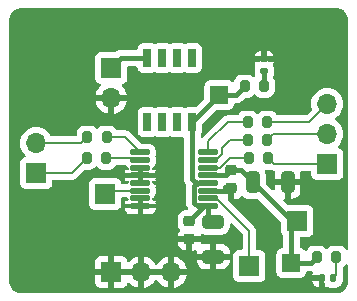
<source format=gbr>
%TF.GenerationSoftware,KiCad,Pcbnew,7.0.6*%
%TF.CreationDate,2024-02-24T16:40:58-05:00*%
%TF.ProjectId,ads1120_breakout,61647331-3132-4305-9f62-7265616b6f75,rev?*%
%TF.SameCoordinates,Original*%
%TF.FileFunction,Copper,L1,Top*%
%TF.FilePolarity,Positive*%
%FSLAX46Y46*%
G04 Gerber Fmt 4.6, Leading zero omitted, Abs format (unit mm)*
G04 Created by KiCad (PCBNEW 7.0.6) date 2024-02-24 16:40:58*
%MOMM*%
%LPD*%
G01*
G04 APERTURE LIST*
G04 Aperture macros list*
%AMRoundRect*
0 Rectangle with rounded corners*
0 $1 Rounding radius*
0 $2 $3 $4 $5 $6 $7 $8 $9 X,Y pos of 4 corners*
0 Add a 4 corners polygon primitive as box body*
4,1,4,$2,$3,$4,$5,$6,$7,$8,$9,$2,$3,0*
0 Add four circle primitives for the rounded corners*
1,1,$1+$1,$2,$3*
1,1,$1+$1,$4,$5*
1,1,$1+$1,$6,$7*
1,1,$1+$1,$8,$9*
0 Add four rect primitives between the rounded corners*
20,1,$1+$1,$2,$3,$4,$5,0*
20,1,$1+$1,$4,$5,$6,$7,0*
20,1,$1+$1,$6,$7,$8,$9,0*
20,1,$1+$1,$8,$9,$2,$3,0*%
G04 Aperture macros list end*
%TA.AperFunction,ComponentPad*%
%ADD10R,1.700000X1.700000*%
%TD*%
%TA.AperFunction,ComponentPad*%
%ADD11O,1.700000X1.700000*%
%TD*%
%TA.AperFunction,SMDPad,CuDef*%
%ADD12R,1.500000X1.500000*%
%TD*%
%TA.AperFunction,SMDPad,CuDef*%
%ADD13RoundRect,0.200000X-0.200000X-0.275000X0.200000X-0.275000X0.200000X0.275000X-0.200000X0.275000X0*%
%TD*%
%TA.AperFunction,SMDPad,CuDef*%
%ADD14RoundRect,0.147500X-0.172500X0.147500X-0.172500X-0.147500X0.172500X-0.147500X0.172500X0.147500X0*%
%TD*%
%TA.AperFunction,SMDPad,CuDef*%
%ADD15RoundRect,0.147500X-0.147500X-0.172500X0.147500X-0.172500X0.147500X0.172500X-0.147500X0.172500X0*%
%TD*%
%TA.AperFunction,SMDPad,CuDef*%
%ADD16RoundRect,0.020500X-0.764500X-0.184500X0.764500X-0.184500X0.764500X0.184500X-0.764500X0.184500X0*%
%TD*%
%TA.AperFunction,SMDPad,CuDef*%
%ADD17RoundRect,0.200000X0.200000X0.275000X-0.200000X0.275000X-0.200000X-0.275000X0.200000X-0.275000X0*%
%TD*%
%TA.AperFunction,SMDPad,CuDef*%
%ADD18R,0.650000X1.526000*%
%TD*%
%TA.AperFunction,SMDPad,CuDef*%
%ADD19RoundRect,0.250000X-0.325000X-0.650000X0.325000X-0.650000X0.325000X0.650000X-0.325000X0.650000X0*%
%TD*%
%TA.AperFunction,SMDPad,CuDef*%
%ADD20RoundRect,0.225000X0.250000X-0.225000X0.250000X0.225000X-0.250000X0.225000X-0.250000X-0.225000X0*%
%TD*%
%TA.AperFunction,SMDPad,CuDef*%
%ADD21RoundRect,0.250000X-0.650000X0.325000X-0.650000X-0.325000X0.650000X-0.325000X0.650000X0.325000X0*%
%TD*%
%TA.AperFunction,ViaPad*%
%ADD22C,0.800000*%
%TD*%
%TA.AperFunction,Conductor*%
%ADD23C,0.400000*%
%TD*%
%TA.AperFunction,Conductor*%
%ADD24C,0.127000*%
%TD*%
G04 APERTURE END LIST*
D10*
%TO.P,J7,1,Pin_1*%
%TO.N,GND*%
X137922000Y-94488000D03*
D11*
%TO.P,J7,2,Pin_2*%
X140462000Y-94488000D03*
%TO.P,J7,3,Pin_3*%
X143002000Y-94488000D03*
%TD*%
D12*
%TO.P,TP2,1,1*%
%TO.N,2.5v*%
X147066000Y-79502000D03*
%TD*%
%TO.P,TP1,1,1*%
%TO.N,3v3*%
X153162000Y-93726000D03*
%TD*%
D13*
%TO.P,R7,1*%
%TO.N,2.5v*%
X149226000Y-78740000D03*
%TO.P,R7,2*%
%TO.N,Net-(D2-A)*%
X150876000Y-78740000D03*
%TD*%
%TO.P,R6,1*%
%TO.N,3v3*%
X155322000Y-93218000D03*
%TO.P,R6,2*%
%TO.N,Net-(D1-A)*%
X156972000Y-93218000D03*
%TD*%
D14*
%TO.P,D2,1,K*%
%TO.N,GND*%
X150876000Y-76477000D03*
%TO.P,D2,2,A*%
%TO.N,Net-(D2-A)*%
X150876000Y-77447000D03*
%TD*%
D15*
%TO.P,D1,1,K*%
%TO.N,GND*%
X155748000Y-94996000D03*
%TO.P,D1,2,A*%
%TO.N,Net-(D1-A)*%
X156718000Y-94996000D03*
%TD*%
D16*
%TO.P,U1,1,SCLK*%
%TO.N,Net-(U1-SCLK)*%
X140386000Y-84339000D03*
%TO.P,U1,2,~{CS}*%
%TO.N,Net-(U1-~{CS})*%
X140386000Y-84989000D03*
%TO.P,U1,3,CLK*%
%TO.N,GND*%
X140386000Y-85639000D03*
%TO.P,U1,4,DGND*%
X140386000Y-86289000D03*
%TO.P,U1,5,AVSS*%
X140386000Y-86939000D03*
%TO.P,U1,6,AIN3/REFN1*%
%TO.N,Net-(J4-Pin_1)*%
X140386000Y-87589000D03*
%TO.P,U1,7,AIN2*%
%TO.N,GND*%
X140386000Y-88239000D03*
%TO.P,U1,8,REFN0*%
X140386000Y-88889000D03*
%TO.P,U1,9,REFP0*%
%TO.N,2.5v*%
X146126000Y-88889000D03*
%TO.P,U1,10,AIN1*%
%TO.N,Net-(J3-Pin_1)*%
X146126000Y-88239000D03*
%TO.P,U1,11,AIN0/REFP1*%
%TO.N,GND*%
X146126000Y-87589000D03*
%TO.P,U1,12,AVDD*%
%TO.N,2.5v*%
X146126000Y-86939000D03*
%TO.P,U1,13,DVDD*%
%TO.N,3v3*%
X146126000Y-86289000D03*
%TO.P,U1,14,~{DRDY}*%
%TO.N,Net-(U1-~{DRDY})*%
X146126000Y-85639000D03*
%TO.P,U1,15,DOUT/~DRDY*%
%TO.N,Net-(U1-DOUT{slash}~DRDY)*%
X146126000Y-84989000D03*
%TO.P,U1,16,DIN*%
%TO.N,Net-(U1-DIN)*%
X146126000Y-84339000D03*
%TD*%
D13*
%TO.P,R5,2*%
%TO.N,Net-(J5-Pin_2)*%
X151130000Y-83312000D03*
%TO.P,R5,1*%
%TO.N,Net-(U1-DOUT{slash}~DRDY)*%
X149480000Y-83312000D03*
%TD*%
D17*
%TO.P,R4,2*%
%TO.N,Net-(U1-~{DRDY})*%
X149543000Y-84836000D03*
%TO.P,R4,1*%
%TO.N,Net-(J5-Pin_1)*%
X151193000Y-84836000D03*
%TD*%
D13*
%TO.P,R3,1*%
%TO.N,Net-(J1-Pin_2)*%
X135890000Y-83058000D03*
%TO.P,R3,2*%
%TO.N,Net-(U1-SCLK)*%
X137540000Y-83058000D03*
%TD*%
D17*
%TO.P,R2,1*%
%TO.N,DIN*%
X151130000Y-81788000D03*
%TO.P,R2,2*%
%TO.N,Net-(U1-DIN)*%
X149480000Y-81788000D03*
%TD*%
D13*
%TO.P,R1,1*%
%TO.N,Net-(J1-Pin_1)*%
X135827000Y-84836000D03*
%TO.P,R1,2*%
%TO.N,Net-(U1-~{CS})*%
X137477000Y-84836000D03*
%TD*%
D10*
%TO.P,J6,1,Pin_1*%
%TO.N,3v3*%
X153670000Y-90170000D03*
%TD*%
%TO.P,J5,1,Pin_1*%
%TO.N,Net-(J5-Pin_1)*%
X156210000Y-85329000D03*
D11*
%TO.P,J5,2,Pin_2*%
%TO.N,Net-(J5-Pin_2)*%
X156210000Y-82789000D03*
%TO.P,J5,3,Pin_3*%
%TO.N,DIN*%
X156210000Y-80249000D03*
%TD*%
D10*
%TO.P,J4,1,Pin_1*%
%TO.N,Net-(J4-Pin_1)*%
X137414000Y-87884000D03*
%TD*%
%TO.P,J3,1,Pin_1*%
%TO.N,Net-(J3-Pin_1)*%
X149606000Y-93980000D03*
%TD*%
%TO.P,J2,1,Pin_1*%
%TO.N,Vin*%
X137922000Y-77216000D03*
D11*
%TO.P,J2,2,Pin_2*%
%TO.N,GND*%
X137922000Y-79756000D03*
%TD*%
D10*
%TO.P,J1,1,Pin_1*%
%TO.N,Net-(J1-Pin_1)*%
X131572000Y-86106000D03*
D11*
%TO.P,J1,2,Pin_2*%
%TO.N,Net-(J1-Pin_2)*%
X131572000Y-83566000D03*
%TD*%
D18*
%TO.P,IC1,8,(+)_2*%
%TO.N,2.5v*%
X144780000Y-81788000D03*
%TO.P,IC1,7,NC_4*%
%TO.N,unconnected-(IC1-NC_4-Pad7)*%
X143510000Y-81788000D03*
%TO.P,IC1,6,(+)_1*%
%TO.N,unconnected-(IC1-(+)_1-Pad6)*%
X142240000Y-81788000D03*
%TO.P,IC1,5,ADJ*%
%TO.N,unconnected-(IC1-ADJ-Pad5)*%
X140970000Y-81788000D03*
%TO.P,IC1,4,(-)*%
%TO.N,Vin*%
X140970000Y-76364000D03*
%TO.P,IC1,3,NC_3*%
%TO.N,unconnected-(IC1-NC_3-Pad3)*%
X142240000Y-76364000D03*
%TO.P,IC1,2,NC_2*%
%TO.N,unconnected-(IC1-NC_2-Pad2)*%
X143510000Y-76364000D03*
%TO.P,IC1,1,NC_1*%
%TO.N,unconnected-(IC1-NC_1-Pad1)*%
X144780000Y-76364000D03*
%TD*%
D19*
%TO.P,C4,1*%
%TO.N,3v3*%
X149909000Y-86868000D03*
%TO.P,C4,2*%
%TO.N,GND*%
X152859000Y-86868000D03*
%TD*%
D20*
%TO.P,C3,1*%
%TO.N,GND*%
X148082000Y-87389000D03*
%TO.P,C3,2*%
%TO.N,3v3*%
X148082000Y-85839000D03*
%TD*%
%TO.P,C2,2*%
%TO.N,2.5v*%
X144526000Y-90170000D03*
%TO.P,C2,1*%
%TO.N,GND*%
X144526000Y-91720000D03*
%TD*%
D21*
%TO.P,C1,1*%
%TO.N,2.5v*%
X146558000Y-90232000D03*
%TO.P,C1,2*%
%TO.N,GND*%
X146558000Y-93182000D03*
%TD*%
D22*
%TO.N,GND*%
X135128000Y-92202000D03*
X131572000Y-92202000D03*
X133096000Y-95250000D03*
X130810000Y-93980000D03*
X134366000Y-95250000D03*
X131826000Y-94742000D03*
X136144000Y-93980000D03*
X135382000Y-94742000D03*
X150622000Y-74168000D03*
X149860000Y-74930000D03*
X148844000Y-75438000D03*
X147574000Y-75438000D03*
X146304000Y-74930000D03*
X145288000Y-74168000D03*
X149606000Y-72898000D03*
X146050000Y-72898000D03*
%TD*%
D23*
%TO.N,Net-(D2-A)*%
X150876000Y-78740000D02*
X150876000Y-77447000D01*
D24*
%TO.N,Net-(J5-Pin_1)*%
X151686000Y-85329000D02*
X151193000Y-84836000D01*
X156210000Y-85329000D02*
X151686000Y-85329000D01*
%TO.N,Net-(J5-Pin_2)*%
X151653000Y-82789000D02*
X156210000Y-82789000D01*
X151130000Y-83312000D02*
X151653000Y-82789000D01*
%TO.N,DIN*%
X154671000Y-81788000D02*
X156210000Y-80249000D01*
X151130000Y-81788000D02*
X154671000Y-81788000D01*
%TO.N,Net-(U1-~{DRDY})*%
X147919158Y-84836000D02*
X147873579Y-84881579D01*
X149543000Y-84836000D02*
X147919158Y-84836000D01*
X147873579Y-84881579D02*
X147919157Y-84836000D01*
X147116157Y-85639000D02*
X147873579Y-84881579D01*
%TO.N,Net-(U1-DOUT{slash}~DRDY)*%
X149480000Y-83312000D02*
X147956000Y-83312000D01*
%TO.N,Net-(U1-DIN)*%
X149480000Y-81788000D02*
X147765000Y-81788000D01*
D23*
%TO.N,2.5v*%
X148464000Y-79502000D02*
X149226000Y-78740000D01*
X147066000Y-79502000D02*
X148464000Y-79502000D01*
X144780000Y-81788000D02*
X147066000Y-79502000D01*
D24*
%TO.N,Net-(D1-A)*%
X156972000Y-94742000D02*
X156972000Y-93218000D01*
X156718000Y-94996000D02*
X156972000Y-94742000D01*
D23*
%TO.N,3v3*%
X154814000Y-93726000D02*
X155322000Y-93218000D01*
X153162000Y-93726000D02*
X154814000Y-93726000D01*
X153162000Y-93726000D02*
X153162000Y-90678000D01*
D24*
%TO.N,Net-(J4-Pin_1)*%
X137709000Y-87589000D02*
X140386000Y-87589000D01*
D23*
%TO.N,Vin*%
X138774000Y-76364000D02*
X137922000Y-77216000D01*
X140970000Y-76364000D02*
X138774000Y-76364000D01*
%TO.N,2.5v*%
X145142323Y-86939000D02*
X146126000Y-86939000D01*
X144780000Y-86576677D02*
X145142323Y-86939000D01*
X144780000Y-81788000D02*
X144780000Y-86576677D01*
X144941000Y-87230323D02*
X145232323Y-86939000D01*
D24*
%TO.N,Net-(J3-Pin_1)*%
X146826637Y-88239000D02*
X149606000Y-91018363D01*
X149606000Y-91018363D02*
X149606000Y-93980000D01*
D23*
%TO.N,3v3*%
X149909000Y-86868000D02*
X153211000Y-90170000D01*
%TO.N,2.5v*%
X146126000Y-88889000D02*
X146126000Y-89800000D01*
X146126000Y-89800000D02*
X146558000Y-90232000D01*
X145807000Y-88889000D02*
X144526000Y-90170000D01*
%TO.N,GND*%
X146126000Y-87589000D02*
X147882000Y-87589000D01*
%TO.N,3v3*%
X148880000Y-85839000D02*
X148082000Y-85839000D01*
X149909000Y-86868000D02*
X148880000Y-85839000D01*
X147632000Y-86289000D02*
X148082000Y-85839000D01*
X146126000Y-86289000D02*
X147632000Y-86289000D01*
D24*
%TO.N,Net-(U1-~{DRDY})*%
X146126000Y-85639000D02*
X147116157Y-85639000D01*
D23*
%TO.N,2.5v*%
X145232323Y-86939000D02*
X146126000Y-86939000D01*
X144941000Y-88597677D02*
X144941000Y-87230323D01*
X145232323Y-88889000D02*
X144941000Y-88597677D01*
X146126000Y-88889000D02*
X145232323Y-88889000D01*
D24*
%TO.N,Net-(U1-DOUT{slash}~DRDY)*%
X147320000Y-83948000D02*
X147956000Y-83312000D01*
X146826637Y-84989000D02*
X147320000Y-84495637D01*
X147320000Y-84495637D02*
X147320000Y-83948000D01*
%TO.N,Net-(U1-DIN)*%
X146126000Y-83427000D02*
X146126000Y-84339000D01*
X147765000Y-81788000D02*
X146126000Y-83427000D01*
%TO.N,Net-(J1-Pin_1)*%
X134557000Y-86106000D02*
X131572000Y-86106000D01*
X135827000Y-84836000D02*
X134557000Y-86106000D01*
%TO.N,Net-(U1-~{CS})*%
X137477000Y-84836000D02*
X140233000Y-84836000D01*
X140233000Y-84836000D02*
X140386000Y-84989000D01*
%TO.N,Net-(U1-SCLK)*%
X139105000Y-83058000D02*
X140386000Y-84339000D01*
X137540000Y-83058000D02*
X139105000Y-83058000D01*
%TO.N,Net-(J1-Pin_2)*%
X135382000Y-83566000D02*
X135890000Y-83058000D01*
X131572000Y-83566000D02*
X135382000Y-83566000D01*
%TD*%
%TA.AperFunction,Conductor*%
%TO.N,GND*%
G36*
X140002507Y-94278156D02*
G01*
X139962000Y-94416111D01*
X139962000Y-94559889D01*
X140002507Y-94697844D01*
X140028314Y-94738000D01*
X138355686Y-94738000D01*
X138381493Y-94697844D01*
X138422000Y-94559889D01*
X138422000Y-94416111D01*
X138381493Y-94278156D01*
X138355686Y-94238000D01*
X140028314Y-94238000D01*
X140002507Y-94278156D01*
G37*
%TD.AperFunction*%
%TA.AperFunction,Conductor*%
G36*
X142542507Y-94278156D02*
G01*
X142502000Y-94416111D01*
X142502000Y-94559889D01*
X142542507Y-94697844D01*
X142568314Y-94738000D01*
X140895686Y-94738000D01*
X140921493Y-94697844D01*
X140962000Y-94559889D01*
X140962000Y-94416111D01*
X140921493Y-94278156D01*
X140895686Y-94238000D01*
X142568314Y-94238000D01*
X142542507Y-94278156D01*
G37*
%TD.AperFunction*%
%TA.AperFunction,Conductor*%
G36*
X156990695Y-72136735D02*
G01*
X157033519Y-72140482D01*
X157159771Y-72152918D01*
X157179685Y-72156541D01*
X157246349Y-72174403D01*
X157339570Y-72202682D01*
X157355971Y-72208958D01*
X157423411Y-72240406D01*
X157426375Y-72241888D01*
X157463969Y-72261982D01*
X157510327Y-72286762D01*
X157516667Y-72290657D01*
X157582828Y-72336983D01*
X157586600Y-72339844D01*
X157658808Y-72399103D01*
X157663309Y-72403182D01*
X157720815Y-72460688D01*
X157724895Y-72465190D01*
X157784154Y-72537398D01*
X157787015Y-72541170D01*
X157833341Y-72607331D01*
X157837236Y-72613671D01*
X157882101Y-72697605D01*
X157883614Y-72700631D01*
X157915040Y-72768027D01*
X157921319Y-72784435D01*
X157949601Y-72877669D01*
X157967454Y-72944299D01*
X157971082Y-72964238D01*
X157983523Y-73090554D01*
X157987264Y-73133302D01*
X157987500Y-73138710D01*
X157987500Y-92493144D01*
X157967815Y-92560183D01*
X157915011Y-92605938D01*
X157845853Y-92615882D01*
X157782297Y-92586857D01*
X157757384Y-92557295D01*
X157742216Y-92532204D01*
X157727472Y-92507815D01*
X157727471Y-92507814D01*
X157727468Y-92507810D01*
X157607188Y-92387530D01*
X157461606Y-92299522D01*
X157461605Y-92299521D01*
X157299196Y-92248914D01*
X157299194Y-92248913D01*
X157299192Y-92248913D01*
X157249778Y-92244423D01*
X157228616Y-92242500D01*
X156715384Y-92242500D01*
X156696145Y-92244248D01*
X156644807Y-92248913D01*
X156482393Y-92299522D01*
X156336811Y-92387530D01*
X156336810Y-92387531D01*
X156234681Y-92489661D01*
X156173358Y-92523146D01*
X156103666Y-92518162D01*
X156059319Y-92489661D01*
X155957188Y-92387530D01*
X155811606Y-92299522D01*
X155811606Y-92299521D01*
X155649196Y-92248914D01*
X155649194Y-92248913D01*
X155649192Y-92248913D01*
X155599778Y-92244423D01*
X155578616Y-92242500D01*
X155065384Y-92242500D01*
X155046145Y-92244248D01*
X154994807Y-92248913D01*
X154832393Y-92299522D01*
X154686811Y-92387530D01*
X154566530Y-92507811D01*
X154492001Y-92631097D01*
X154440473Y-92678285D01*
X154371613Y-92690123D01*
X154307285Y-92662854D01*
X154286618Y-92641259D01*
X154279805Y-92632158D01*
X154269546Y-92618454D01*
X154269544Y-92618453D01*
X154269544Y-92618452D01*
X154154335Y-92532206D01*
X154154328Y-92532202D01*
X154019483Y-92481908D01*
X153973243Y-92476937D01*
X153908693Y-92450199D01*
X153868845Y-92392806D01*
X153862500Y-92353648D01*
X153862500Y-91644499D01*
X153882185Y-91577460D01*
X153934989Y-91531705D01*
X153986500Y-91520499D01*
X154567871Y-91520499D01*
X154567872Y-91520499D01*
X154627483Y-91514091D01*
X154762331Y-91463796D01*
X154877546Y-91377546D01*
X154963796Y-91262331D01*
X155014091Y-91127483D01*
X155020500Y-91067873D01*
X155020499Y-89272128D01*
X155014091Y-89212517D01*
X155011860Y-89206536D01*
X154963797Y-89077671D01*
X154963793Y-89077664D01*
X154877547Y-88962455D01*
X154877544Y-88962452D01*
X154762335Y-88876206D01*
X154762328Y-88876202D01*
X154627482Y-88825908D01*
X154627483Y-88825908D01*
X154567883Y-88819501D01*
X154567881Y-88819500D01*
X154567873Y-88819500D01*
X154567865Y-88819500D01*
X152902519Y-88819500D01*
X152835480Y-88799815D01*
X152814838Y-88783181D01*
X152511337Y-88479680D01*
X152477852Y-88418357D01*
X152482836Y-88348665D01*
X152524708Y-88292732D01*
X152590172Y-88268315D01*
X152599018Y-88267999D01*
X152608999Y-88267999D01*
X152609000Y-88267998D01*
X152609000Y-87118000D01*
X153109000Y-87118000D01*
X153109000Y-88267999D01*
X153233972Y-88267999D01*
X153233986Y-88267998D01*
X153336697Y-88257505D01*
X153503119Y-88202358D01*
X153503124Y-88202356D01*
X153652345Y-88110315D01*
X153776315Y-87986345D01*
X153868356Y-87837124D01*
X153868358Y-87837119D01*
X153923505Y-87670697D01*
X153923506Y-87670690D01*
X153933999Y-87567986D01*
X153934000Y-87567973D01*
X153934000Y-87118000D01*
X153109000Y-87118000D01*
X152609000Y-87118000D01*
X151784001Y-87118000D01*
X151784001Y-87452982D01*
X151764316Y-87520021D01*
X151711512Y-87565776D01*
X151642354Y-87575720D01*
X151578798Y-87546695D01*
X151572320Y-87540663D01*
X151020818Y-86989160D01*
X150987333Y-86927837D01*
X150984499Y-86901479D01*
X150984499Y-86167998D01*
X150984498Y-86167981D01*
X150973999Y-86065203D01*
X150973516Y-86063745D01*
X150943943Y-85974502D01*
X150941542Y-85904676D01*
X150977273Y-85844634D01*
X151039794Y-85813441D01*
X151061650Y-85811500D01*
X151352390Y-85811500D01*
X151399843Y-85820939D01*
X151413397Y-85826553D01*
X151538766Y-85878483D01*
X151676306Y-85896590D01*
X151694058Y-85898928D01*
X151693604Y-85902373D01*
X151745296Y-85917552D01*
X151791051Y-85970356D01*
X151800995Y-86039514D01*
X151795964Y-86060868D01*
X151794495Y-86065300D01*
X151794493Y-86065309D01*
X151784000Y-86168013D01*
X151784000Y-86618000D01*
X153933999Y-86618000D01*
X153933999Y-86168028D01*
X153933998Y-86168013D01*
X153923505Y-86065302D01*
X153920424Y-86056001D01*
X153918024Y-85986173D01*
X153953757Y-85926132D01*
X154016278Y-85894941D01*
X154038131Y-85893000D01*
X154735501Y-85893000D01*
X154802540Y-85912685D01*
X154848295Y-85965489D01*
X154859501Y-86017000D01*
X154859501Y-86226876D01*
X154865908Y-86286483D01*
X154916202Y-86421328D01*
X154916206Y-86421335D01*
X155002452Y-86536544D01*
X155002455Y-86536547D01*
X155117664Y-86622793D01*
X155117671Y-86622797D01*
X155252517Y-86673091D01*
X155252516Y-86673091D01*
X155259444Y-86673835D01*
X155312127Y-86679500D01*
X157107872Y-86679499D01*
X157167483Y-86673091D01*
X157302331Y-86622796D01*
X157417546Y-86536546D01*
X157503796Y-86421331D01*
X157554091Y-86286483D01*
X157560500Y-86226873D01*
X157560499Y-84431128D01*
X157554091Y-84371517D01*
X157512250Y-84259336D01*
X157503797Y-84236671D01*
X157503793Y-84236664D01*
X157417547Y-84121455D01*
X157417544Y-84121452D01*
X157302335Y-84035206D01*
X157302328Y-84035202D01*
X157170917Y-83986189D01*
X157114983Y-83944318D01*
X157090566Y-83878853D01*
X157105418Y-83810580D01*
X157126563Y-83782332D01*
X157248495Y-83660401D01*
X157384035Y-83466830D01*
X157483903Y-83252663D01*
X157545063Y-83024408D01*
X157565659Y-82789000D01*
X157545063Y-82553592D01*
X157483903Y-82325337D01*
X157384035Y-82111171D01*
X157363960Y-82082500D01*
X157248494Y-81917597D01*
X157081402Y-81750506D01*
X157081396Y-81750501D01*
X156895842Y-81620575D01*
X156852217Y-81565998D01*
X156845023Y-81496500D01*
X156876546Y-81434145D01*
X156895842Y-81417425D01*
X157070187Y-81295347D01*
X157081401Y-81287495D01*
X157248495Y-81120401D01*
X157384035Y-80926830D01*
X157483903Y-80712663D01*
X157545063Y-80484408D01*
X157565659Y-80249000D01*
X157545063Y-80013592D01*
X157483903Y-79785337D01*
X157384035Y-79571171D01*
X157383544Y-79570469D01*
X157248494Y-79377597D01*
X157081402Y-79210506D01*
X157081395Y-79210501D01*
X156887834Y-79074967D01*
X156887830Y-79074965D01*
X156880642Y-79071613D01*
X156673663Y-78975097D01*
X156673659Y-78975096D01*
X156673655Y-78975094D01*
X156445413Y-78913938D01*
X156445403Y-78913936D01*
X156210001Y-78893341D01*
X156209999Y-78893341D01*
X155974596Y-78913936D01*
X155974586Y-78913938D01*
X155746344Y-78975094D01*
X155746335Y-78975098D01*
X155532171Y-79074964D01*
X155532169Y-79074965D01*
X155338597Y-79210505D01*
X155171505Y-79377597D01*
X155035965Y-79571169D01*
X155035964Y-79571171D01*
X154936098Y-79785335D01*
X154936094Y-79785344D01*
X154874938Y-80013586D01*
X154874936Y-80013596D01*
X154854341Y-80248999D01*
X154854341Y-80249000D01*
X154874936Y-80484403D01*
X154874938Y-80484413D01*
X154920235Y-80653466D01*
X154918572Y-80723316D01*
X154888141Y-80773240D01*
X154473702Y-81187681D01*
X154412379Y-81221166D01*
X154386021Y-81224000D01*
X152043780Y-81224000D01*
X151976741Y-81204315D01*
X151937664Y-81164151D01*
X151885472Y-81077815D01*
X151885470Y-81077813D01*
X151885469Y-81077811D01*
X151765188Y-80957530D01*
X151718986Y-80929600D01*
X151619606Y-80869522D01*
X151457196Y-80818914D01*
X151457194Y-80818913D01*
X151457192Y-80818913D01*
X151407778Y-80814423D01*
X151386616Y-80812500D01*
X150873384Y-80812500D01*
X150854145Y-80814248D01*
X150802807Y-80818913D01*
X150640393Y-80869522D01*
X150494811Y-80957530D01*
X150494810Y-80957531D01*
X150392681Y-81059661D01*
X150331358Y-81093146D01*
X150261666Y-81088162D01*
X150217319Y-81059661D01*
X150115188Y-80957530D01*
X150068986Y-80929600D01*
X149969606Y-80869522D01*
X149807196Y-80818914D01*
X149807194Y-80818913D01*
X149807192Y-80818913D01*
X149757778Y-80814423D01*
X149736616Y-80812500D01*
X149223384Y-80812500D01*
X149204145Y-80814248D01*
X149152807Y-80818913D01*
X148990393Y-80869522D01*
X148844811Y-80957530D01*
X148724530Y-81077811D01*
X148718273Y-81088162D01*
X148672335Y-81164151D01*
X148620809Y-81211338D01*
X148566220Y-81224000D01*
X147806034Y-81224000D01*
X147797936Y-81223469D01*
X147765000Y-81219133D01*
X147764999Y-81219133D01*
X147749558Y-81221166D01*
X147728032Y-81224000D01*
X147617766Y-81238517D01*
X147617765Y-81238517D01*
X147480565Y-81295347D01*
X147362751Y-81385748D01*
X147342522Y-81412110D01*
X147337171Y-81418211D01*
X145756211Y-82999171D01*
X145750108Y-83004523D01*
X145723750Y-83024748D01*
X145702875Y-83051954D01*
X145646446Y-83093156D01*
X145576700Y-83097310D01*
X145515780Y-83063097D01*
X145483028Y-83001379D01*
X145480500Y-82976466D01*
X145480500Y-82925833D01*
X145500185Y-82858794D01*
X145505225Y-82851533D01*
X145548796Y-82793331D01*
X145599091Y-82658483D01*
X145605500Y-82598873D01*
X145605499Y-82004517D01*
X145625183Y-81937479D01*
X145641813Y-81916842D01*
X146769838Y-80788818D01*
X146831161Y-80755333D01*
X146857519Y-80752499D01*
X147863871Y-80752499D01*
X147863872Y-80752499D01*
X147923483Y-80746091D01*
X148058331Y-80695796D01*
X148173546Y-80609546D01*
X148259796Y-80494331D01*
X148310091Y-80359483D01*
X148315062Y-80313242D01*
X148341799Y-80248694D01*
X148399191Y-80208846D01*
X148438351Y-80202500D01*
X148440952Y-80202500D01*
X148444697Y-80202613D01*
X148452042Y-80203057D01*
X148506606Y-80206358D01*
X148544314Y-80199447D01*
X148567621Y-80195177D01*
X148571325Y-80194613D01*
X148589170Y-80192446D01*
X148632872Y-80187140D01*
X148642335Y-80183550D01*
X148663961Y-80177522D01*
X148664893Y-80177351D01*
X148673932Y-80175695D01*
X148730512Y-80150229D01*
X148733942Y-80148809D01*
X148791930Y-80126818D01*
X148800266Y-80121062D01*
X148819821Y-80110034D01*
X148829057Y-80105878D01*
X148877896Y-80067613D01*
X148880876Y-80065421D01*
X148931929Y-80030183D01*
X148973065Y-79983748D01*
X148975584Y-79981071D01*
X149204839Y-79751816D01*
X149266161Y-79718334D01*
X149292519Y-79715500D01*
X149482613Y-79715500D01*
X149482616Y-79715500D01*
X149553196Y-79709086D01*
X149715606Y-79658478D01*
X149861185Y-79570472D01*
X149885501Y-79546156D01*
X149963319Y-79468339D01*
X150024642Y-79434854D01*
X150094334Y-79439838D01*
X150138681Y-79468339D01*
X150240811Y-79570469D01*
X150240813Y-79570470D01*
X150240815Y-79570472D01*
X150386394Y-79658478D01*
X150548804Y-79709086D01*
X150619384Y-79715500D01*
X150619387Y-79715500D01*
X151132613Y-79715500D01*
X151132616Y-79715500D01*
X151203196Y-79709086D01*
X151365606Y-79658478D01*
X151511185Y-79570472D01*
X151631472Y-79450185D01*
X151719478Y-79304606D01*
X151770086Y-79142196D01*
X151776500Y-79071616D01*
X151776500Y-78408384D01*
X151770086Y-78337804D01*
X151719478Y-78175394D01*
X151631472Y-78029815D01*
X151631470Y-78029813D01*
X151627591Y-78023396D01*
X151629580Y-78022193D01*
X151607956Y-77967862D01*
X151621316Y-77899281D01*
X151624664Y-77893238D01*
X151647931Y-77853897D01*
X151672041Y-77770913D01*
X151693608Y-77696679D01*
X151693609Y-77696673D01*
X151696500Y-77659942D01*
X151696500Y-77234058D01*
X151693609Y-77197326D01*
X151693608Y-77197320D01*
X151647933Y-77040107D01*
X151647931Y-77040104D01*
X151647931Y-77040103D01*
X151638779Y-77024628D01*
X151621597Y-76956906D01*
X151638781Y-76898386D01*
X151647470Y-76883693D01*
X151647471Y-76883692D01*
X151692994Y-76727001D01*
X151692993Y-76727000D01*
X151387357Y-76727000D01*
X151324236Y-76709732D01*
X151307895Y-76700068D01*
X151307892Y-76700066D01*
X151150679Y-76654391D01*
X151150673Y-76654390D01*
X151113942Y-76651500D01*
X151113940Y-76651500D01*
X150638060Y-76651500D01*
X150638058Y-76651500D01*
X150601326Y-76654390D01*
X150601320Y-76654391D01*
X150444107Y-76700066D01*
X150444104Y-76700068D01*
X150427764Y-76709732D01*
X150364643Y-76727000D01*
X150059007Y-76727000D01*
X150059005Y-76727001D01*
X150104529Y-76883691D01*
X150104534Y-76883704D01*
X150113220Y-76898392D01*
X150130400Y-76966116D01*
X150113221Y-77024625D01*
X150104068Y-77040102D01*
X150104068Y-77040103D01*
X150058391Y-77197320D01*
X150058390Y-77197326D01*
X150055500Y-77234058D01*
X150055500Y-77659942D01*
X150058390Y-77696673D01*
X150058391Y-77696679D01*
X150091570Y-77810879D01*
X150091371Y-77880748D01*
X150053429Y-77939418D01*
X149989791Y-77968262D01*
X149920661Y-77958121D01*
X149884813Y-77933155D01*
X149861188Y-77909530D01*
X149769160Y-77853897D01*
X149715606Y-77821522D01*
X149553196Y-77770914D01*
X149553194Y-77770913D01*
X149553192Y-77770913D01*
X149503778Y-77766423D01*
X149482616Y-77764500D01*
X148969384Y-77764500D01*
X148950145Y-77766248D01*
X148898807Y-77770913D01*
X148736393Y-77821522D01*
X148590811Y-77909530D01*
X148470530Y-78029811D01*
X148382520Y-78175397D01*
X148339853Y-78312323D01*
X148301116Y-78370471D01*
X148237091Y-78398445D01*
X148168105Y-78387363D01*
X148147159Y-78374701D01*
X148058331Y-78308204D01*
X148058328Y-78308202D01*
X147923482Y-78257908D01*
X147923483Y-78257908D01*
X147863883Y-78251501D01*
X147863881Y-78251500D01*
X147863873Y-78251500D01*
X147863864Y-78251500D01*
X146268129Y-78251500D01*
X146268123Y-78251501D01*
X146208516Y-78257908D01*
X146073671Y-78308202D01*
X146073664Y-78308206D01*
X145958455Y-78394452D01*
X145958452Y-78394455D01*
X145872206Y-78509664D01*
X145872202Y-78509671D01*
X145821908Y-78644517D01*
X145815501Y-78704116D01*
X145815500Y-78704135D01*
X145815500Y-79710480D01*
X145795815Y-79777519D01*
X145779181Y-79798161D01*
X145089160Y-80488181D01*
X145027837Y-80521666D01*
X145001479Y-80524500D01*
X144407129Y-80524500D01*
X144407123Y-80524501D01*
X144347516Y-80530908D01*
X144212671Y-80581202D01*
X144204886Y-80585454D01*
X144203153Y-80582280D01*
X144153698Y-80600659D01*
X144085443Y-80585725D01*
X144084497Y-80585117D01*
X144077328Y-80581202D01*
X143942486Y-80530910D01*
X143942485Y-80530909D01*
X143942483Y-80530909D01*
X143882873Y-80524500D01*
X143882863Y-80524500D01*
X143137129Y-80524500D01*
X143137123Y-80524501D01*
X143077516Y-80530908D01*
X142942671Y-80581202D01*
X142934886Y-80585454D01*
X142933153Y-80582280D01*
X142883698Y-80600659D01*
X142815443Y-80585725D01*
X142814497Y-80585117D01*
X142807328Y-80581202D01*
X142672486Y-80530910D01*
X142672485Y-80530909D01*
X142672483Y-80530909D01*
X142612873Y-80524500D01*
X142612863Y-80524500D01*
X141867129Y-80524500D01*
X141867123Y-80524501D01*
X141807516Y-80530908D01*
X141672671Y-80581202D01*
X141664886Y-80585454D01*
X141663153Y-80582280D01*
X141613698Y-80600659D01*
X141545443Y-80585725D01*
X141544497Y-80585117D01*
X141537328Y-80581202D01*
X141402486Y-80530910D01*
X141402485Y-80530909D01*
X141402483Y-80530909D01*
X141342873Y-80524500D01*
X141342863Y-80524500D01*
X140597129Y-80524500D01*
X140597123Y-80524501D01*
X140537516Y-80530908D01*
X140402671Y-80581202D01*
X140402664Y-80581206D01*
X140287455Y-80667452D01*
X140287452Y-80667455D01*
X140201206Y-80782664D01*
X140201202Y-80782671D01*
X140150908Y-80917517D01*
X140144501Y-80977116D01*
X140144500Y-80977135D01*
X140144500Y-82598870D01*
X140144501Y-82598873D01*
X140150908Y-82658483D01*
X140201202Y-82793328D01*
X140201206Y-82793335D01*
X140287452Y-82908544D01*
X140287455Y-82908547D01*
X140402664Y-82994793D01*
X140402671Y-82994797D01*
X140428748Y-83004523D01*
X140537517Y-83045091D01*
X140597127Y-83051500D01*
X141342872Y-83051499D01*
X141402483Y-83045091D01*
X141457020Y-83024750D01*
X141537329Y-82994797D01*
X141545112Y-82990547D01*
X141546865Y-82993757D01*
X141595999Y-82975361D01*
X141664291Y-82990127D01*
X141665263Y-82990752D01*
X141672670Y-82994797D01*
X141747155Y-83022577D01*
X141807517Y-83045091D01*
X141867127Y-83051500D01*
X142612872Y-83051499D01*
X142672483Y-83045091D01*
X142727020Y-83024750D01*
X142807329Y-82994797D01*
X142815112Y-82990547D01*
X142816865Y-82993757D01*
X142865999Y-82975361D01*
X142934291Y-82990127D01*
X142935263Y-82990752D01*
X142942670Y-82994797D01*
X143017155Y-83022577D01*
X143077517Y-83045091D01*
X143137127Y-83051500D01*
X143882872Y-83051499D01*
X143942247Y-83045116D01*
X144011005Y-83057522D01*
X144062142Y-83105133D01*
X144079500Y-83168406D01*
X144079500Y-86553628D01*
X144079387Y-86557373D01*
X144075720Y-86618000D01*
X144075642Y-86619283D01*
X144084936Y-86670000D01*
X144086821Y-86680289D01*
X144087384Y-86683990D01*
X144094859Y-86745547D01*
X144094860Y-86745551D01*
X144098451Y-86755020D01*
X144104474Y-86776623D01*
X144106304Y-86786607D01*
X144131759Y-86843167D01*
X144133189Y-86846618D01*
X144155182Y-86904607D01*
X144155183Y-86904608D01*
X144160936Y-86912943D01*
X144171961Y-86932490D01*
X144176120Y-86941732D01*
X144176123Y-86941736D01*
X144214371Y-86990556D01*
X144216590Y-86993572D01*
X144223707Y-87003883D01*
X144230277Y-87013400D01*
X144252162Y-87079754D01*
X144251325Y-87098791D01*
X144248384Y-87123007D01*
X144247821Y-87126708D01*
X144236642Y-87187713D01*
X144236642Y-87187718D01*
X144240387Y-87249625D01*
X144240500Y-87253370D01*
X144240500Y-88574628D01*
X144240387Y-88578373D01*
X144236642Y-88640280D01*
X144236642Y-88640282D01*
X144247821Y-88701289D01*
X144248384Y-88704990D01*
X144255859Y-88766547D01*
X144255860Y-88766551D01*
X144259451Y-88776020D01*
X144265474Y-88797623D01*
X144267304Y-88807607D01*
X144292759Y-88864167D01*
X144294189Y-88867618D01*
X144316182Y-88925607D01*
X144316183Y-88925608D01*
X144321936Y-88933943D01*
X144332961Y-88953490D01*
X144337120Y-88962732D01*
X144337124Y-88962737D01*
X144375371Y-89011555D01*
X144377577Y-89014553D01*
X144384830Y-89025060D01*
X144406713Y-89091414D01*
X144389248Y-89159066D01*
X144337980Y-89206536D01*
X144282782Y-89219500D01*
X144227663Y-89219500D01*
X144227644Y-89219501D01*
X144128292Y-89229650D01*
X144128289Y-89229651D01*
X143967305Y-89282996D01*
X143967294Y-89283001D01*
X143822959Y-89372029D01*
X143822955Y-89372032D01*
X143703032Y-89491955D01*
X143703029Y-89491959D01*
X143614001Y-89636294D01*
X143613996Y-89636305D01*
X143560651Y-89797290D01*
X143550500Y-89896647D01*
X143550500Y-90443337D01*
X143550501Y-90443355D01*
X143560650Y-90542707D01*
X143560651Y-90542710D01*
X143613996Y-90703694D01*
X143614001Y-90703705D01*
X143703029Y-90848040D01*
X143703032Y-90848044D01*
X143712660Y-90857672D01*
X143746145Y-90918995D01*
X143741161Y-90988687D01*
X143712663Y-91033031D01*
X143703428Y-91042265D01*
X143703424Y-91042271D01*
X143614457Y-91186507D01*
X143614452Y-91186518D01*
X143561144Y-91347393D01*
X143551000Y-91446677D01*
X143551000Y-91470000D01*
X145500999Y-91470000D01*
X145500999Y-91446692D01*
X145500998Y-91446677D01*
X145495732Y-91395127D01*
X145508502Y-91326434D01*
X145556382Y-91275550D01*
X145624172Y-91258629D01*
X145658084Y-91264817D01*
X145755203Y-91296999D01*
X145857991Y-91307500D01*
X147258008Y-91307499D01*
X147360797Y-91296999D01*
X147527334Y-91241814D01*
X147676656Y-91149712D01*
X147800712Y-91025656D01*
X147892814Y-90876334D01*
X147947999Y-90709797D01*
X147958500Y-90607009D01*
X147958499Y-90467839D01*
X147978183Y-90400802D01*
X148030987Y-90355047D01*
X148100145Y-90345103D01*
X148163701Y-90374127D01*
X148170180Y-90380160D01*
X149005681Y-91215660D01*
X149039166Y-91276983D01*
X149042000Y-91303341D01*
X149042000Y-92505500D01*
X149022315Y-92572539D01*
X148969511Y-92618294D01*
X148918001Y-92629500D01*
X148708130Y-92629500D01*
X148708123Y-92629501D01*
X148648516Y-92635908D01*
X148513671Y-92686202D01*
X148513664Y-92686206D01*
X148398455Y-92772452D01*
X148398452Y-92772455D01*
X148312206Y-92887664D01*
X148312202Y-92887671D01*
X148261908Y-93022517D01*
X148255501Y-93082116D01*
X148255501Y-93082123D01*
X148255500Y-93082135D01*
X148255500Y-94877870D01*
X148255501Y-94877876D01*
X148261908Y-94937483D01*
X148312202Y-95072328D01*
X148312206Y-95072335D01*
X148398452Y-95187544D01*
X148398455Y-95187547D01*
X148513664Y-95273793D01*
X148513671Y-95273797D01*
X148648517Y-95324091D01*
X148648516Y-95324091D01*
X148655444Y-95324835D01*
X148708127Y-95330500D01*
X150503872Y-95330499D01*
X150563483Y-95324091D01*
X150698331Y-95273796D01*
X150735462Y-95246000D01*
X154953954Y-95246000D01*
X154955889Y-95270597D01*
X155001529Y-95427692D01*
X155001531Y-95427697D01*
X155084806Y-95568508D01*
X155084812Y-95568516D01*
X155200483Y-95684187D01*
X155200491Y-95684193D01*
X155341302Y-95767468D01*
X155498000Y-95812992D01*
X155498000Y-95246000D01*
X154953954Y-95246000D01*
X150735462Y-95246000D01*
X150813546Y-95187546D01*
X150899796Y-95072331D01*
X150950091Y-94937483D01*
X150956500Y-94877873D01*
X150956499Y-93082128D01*
X150950091Y-93022517D01*
X150916330Y-92932000D01*
X150899797Y-92887671D01*
X150899793Y-92887664D01*
X150813547Y-92772455D01*
X150813544Y-92772452D01*
X150698335Y-92686206D01*
X150698328Y-92686202D01*
X150563482Y-92635908D01*
X150563483Y-92635908D01*
X150503883Y-92629501D01*
X150503881Y-92629500D01*
X150503873Y-92629500D01*
X150503865Y-92629500D01*
X150294000Y-92629500D01*
X150226961Y-92609815D01*
X150181206Y-92557011D01*
X150170000Y-92505500D01*
X150170000Y-91059404D01*
X150170531Y-91051302D01*
X150174868Y-91018362D01*
X150155483Y-90871129D01*
X150098652Y-90733928D01*
X150028477Y-90642474D01*
X150008250Y-90616113D01*
X149981890Y-90595886D01*
X149975789Y-90590535D01*
X147865807Y-88480553D01*
X147832322Y-88419230D01*
X147834387Y-88390361D01*
X147832000Y-88390361D01*
X147832000Y-87639000D01*
X147403099Y-87639000D01*
X147336060Y-87619315D01*
X147290305Y-87566511D01*
X147280361Y-87497353D01*
X147304295Y-87440075D01*
X147348902Y-87381250D01*
X147348904Y-87381248D01*
X147401445Y-87248014D01*
X147401445Y-87248008D01*
X147403392Y-87240309D01*
X147404671Y-87240632D01*
X147428960Y-87183999D01*
X147486843Y-87144868D01*
X147524536Y-87139000D01*
X148208000Y-87139000D01*
X148275039Y-87158685D01*
X148320794Y-87211489D01*
X148332000Y-87263000D01*
X148332000Y-88338999D01*
X148380308Y-88338999D01*
X148380322Y-88338998D01*
X148479607Y-88328855D01*
X148640481Y-88275547D01*
X148640492Y-88275542D01*
X148784727Y-88186576D01*
X148900286Y-88071017D01*
X148961609Y-88037532D01*
X149031301Y-88042516D01*
X149075649Y-88071017D01*
X149115344Y-88110712D01*
X149264666Y-88202814D01*
X149431203Y-88257999D01*
X149533991Y-88268500D01*
X150267480Y-88268499D01*
X150334519Y-88288183D01*
X150355161Y-88304818D01*
X152283181Y-90232838D01*
X152316666Y-90294161D01*
X152319500Y-90320519D01*
X152319500Y-91067870D01*
X152319501Y-91067876D01*
X152325908Y-91127483D01*
X152376202Y-91262328D01*
X152376204Y-91262331D01*
X152436766Y-91343231D01*
X152461184Y-91408694D01*
X152461500Y-91417542D01*
X152461500Y-92353648D01*
X152441815Y-92420687D01*
X152389011Y-92466442D01*
X152350755Y-92476938D01*
X152304516Y-92481909D01*
X152169671Y-92532202D01*
X152169664Y-92532206D01*
X152054455Y-92618452D01*
X152054452Y-92618455D01*
X151968206Y-92733664D01*
X151968202Y-92733671D01*
X151917908Y-92868517D01*
X151911501Y-92928116D01*
X151911500Y-92928135D01*
X151911500Y-94523870D01*
X151911501Y-94523876D01*
X151917908Y-94583483D01*
X151968202Y-94718328D01*
X151968206Y-94718335D01*
X152054452Y-94833544D01*
X152054455Y-94833547D01*
X152169664Y-94919793D01*
X152169671Y-94919797D01*
X152304517Y-94970091D01*
X152304516Y-94970091D01*
X152311444Y-94970835D01*
X152364127Y-94976500D01*
X153959872Y-94976499D01*
X154019483Y-94970091D01*
X154154331Y-94919796D01*
X154269546Y-94833546D01*
X154355796Y-94718331D01*
X154406091Y-94583483D01*
X154411062Y-94537242D01*
X154437799Y-94472694D01*
X154495191Y-94432846D01*
X154534351Y-94426500D01*
X154790952Y-94426500D01*
X154794697Y-94426613D01*
X154802042Y-94427057D01*
X154856606Y-94430358D01*
X154856615Y-94430356D01*
X154864091Y-94429905D01*
X154864223Y-94432091D01*
X154922844Y-94438229D01*
X154977369Y-94481919D01*
X154999618Y-94548152D01*
X154994786Y-94587517D01*
X154955890Y-94721396D01*
X154955888Y-94721408D01*
X154953953Y-94746000D01*
X155798500Y-94746000D01*
X155865539Y-94765685D01*
X155911294Y-94818489D01*
X155922500Y-94870000D01*
X155922500Y-95233942D01*
X155925390Y-95270673D01*
X155925391Y-95270679D01*
X155971066Y-95427892D01*
X155971068Y-95427895D01*
X155971069Y-95427897D01*
X155976908Y-95437771D01*
X155980732Y-95444236D01*
X155998000Y-95507357D01*
X155998000Y-95812991D01*
X156154696Y-95767468D01*
X156169386Y-95758781D01*
X156237110Y-95741597D01*
X156295628Y-95758779D01*
X156311103Y-95767931D01*
X156311104Y-95767931D01*
X156311107Y-95767933D01*
X156468320Y-95813608D01*
X156468323Y-95813608D01*
X156468325Y-95813609D01*
X156480570Y-95814572D01*
X156505058Y-95816500D01*
X156505060Y-95816500D01*
X156930942Y-95816500D01*
X156949307Y-95815054D01*
X156967675Y-95813609D01*
X156967677Y-95813608D01*
X156967679Y-95813608D01*
X157124892Y-95767933D01*
X157124893Y-95767932D01*
X157124897Y-95767931D01*
X157265820Y-95684590D01*
X157381590Y-95568820D01*
X157464931Y-95427897D01*
X157464932Y-95427893D01*
X157464933Y-95427892D01*
X157510608Y-95270679D01*
X157510609Y-95270673D01*
X157513500Y-95233942D01*
X157513500Y-94933171D01*
X157520614Y-94897416D01*
X157519379Y-94897086D01*
X157521483Y-94889233D01*
X157528815Y-94833546D01*
X157536000Y-94778968D01*
X157540867Y-94742000D01*
X157536530Y-94709064D01*
X157536000Y-94700965D01*
X157536000Y-94161440D01*
X157555685Y-94094401D01*
X157595849Y-94055324D01*
X157607185Y-94048472D01*
X157727472Y-93928185D01*
X157757384Y-93878703D01*
X157808911Y-93831518D01*
X157877770Y-93819679D01*
X157942099Y-93846948D01*
X157981473Y-93904666D01*
X157987500Y-93942855D01*
X157987500Y-95263289D01*
X157987264Y-95268697D01*
X157983523Y-95311445D01*
X157971082Y-95437760D01*
X157967454Y-95457699D01*
X157949601Y-95524330D01*
X157921318Y-95617563D01*
X157915040Y-95633971D01*
X157883614Y-95701367D01*
X157882101Y-95704393D01*
X157837236Y-95788327D01*
X157833341Y-95794667D01*
X157787015Y-95860828D01*
X157784154Y-95864600D01*
X157724895Y-95936808D01*
X157720806Y-95941320D01*
X157663320Y-95998806D01*
X157658808Y-96002895D01*
X157586600Y-96062154D01*
X157582828Y-96065015D01*
X157516667Y-96111341D01*
X157510327Y-96115236D01*
X157426393Y-96160101D01*
X157423367Y-96161614D01*
X157355971Y-96193040D01*
X157339563Y-96199318D01*
X157246330Y-96227601D01*
X157179699Y-96245454D01*
X157159760Y-96249082D01*
X157033445Y-96261523D01*
X156992789Y-96265080D01*
X156990696Y-96265264D01*
X156985290Y-96265500D01*
X130288710Y-96265500D01*
X130283303Y-96265264D01*
X130281015Y-96265063D01*
X130240554Y-96261523D01*
X130114238Y-96249082D01*
X130094299Y-96245454D01*
X130027669Y-96227601D01*
X129934435Y-96199319D01*
X129918027Y-96193040D01*
X129869433Y-96170381D01*
X129850618Y-96161607D01*
X129847605Y-96160101D01*
X129763671Y-96115236D01*
X129757331Y-96111341D01*
X129691170Y-96065015D01*
X129687398Y-96062154D01*
X129615190Y-96002895D01*
X129610688Y-95998815D01*
X129553182Y-95941309D01*
X129549103Y-95936808D01*
X129489844Y-95864600D01*
X129486983Y-95860828D01*
X129440657Y-95794667D01*
X129436762Y-95788327D01*
X129411784Y-95741597D01*
X129391888Y-95704375D01*
X129390406Y-95701411D01*
X129358958Y-95633971D01*
X129352682Y-95617570D01*
X129324398Y-95524330D01*
X129306541Y-95457685D01*
X129302918Y-95437771D01*
X129297804Y-95385844D01*
X136572000Y-95385844D01*
X136578401Y-95445372D01*
X136578403Y-95445379D01*
X136628645Y-95580086D01*
X136628649Y-95580093D01*
X136714809Y-95695187D01*
X136714812Y-95695190D01*
X136829906Y-95781350D01*
X136829913Y-95781354D01*
X136964620Y-95831596D01*
X136964627Y-95831598D01*
X137024155Y-95837999D01*
X137024172Y-95838000D01*
X137672000Y-95838000D01*
X137672000Y-94923501D01*
X137779685Y-94972680D01*
X137886237Y-94988000D01*
X137957763Y-94988000D01*
X138064315Y-94972680D01*
X138172000Y-94923501D01*
X138172000Y-95838000D01*
X138819828Y-95838000D01*
X138819844Y-95837999D01*
X138879372Y-95831598D01*
X138879379Y-95831596D01*
X139014086Y-95781354D01*
X139014093Y-95781350D01*
X139129187Y-95695190D01*
X139129190Y-95695187D01*
X139215350Y-95580093D01*
X139215354Y-95580086D01*
X139264614Y-95448013D01*
X139306485Y-95392079D01*
X139371949Y-95367662D01*
X139440222Y-95382513D01*
X139468477Y-95403665D01*
X139590917Y-95526105D01*
X139784421Y-95661600D01*
X139998507Y-95761429D01*
X139998516Y-95761433D01*
X140212000Y-95818634D01*
X140212000Y-94923501D01*
X140319685Y-94972680D01*
X140426237Y-94988000D01*
X140497763Y-94988000D01*
X140604315Y-94972680D01*
X140712000Y-94923501D01*
X140712000Y-95818633D01*
X140925483Y-95761433D01*
X140925492Y-95761429D01*
X141139578Y-95661600D01*
X141333082Y-95526105D01*
X141500105Y-95359082D01*
X141630425Y-95172968D01*
X141685002Y-95129344D01*
X141754501Y-95122151D01*
X141816855Y-95153673D01*
X141833575Y-95172968D01*
X141963894Y-95359082D01*
X142130917Y-95526105D01*
X142324421Y-95661600D01*
X142538507Y-95761429D01*
X142538516Y-95761433D01*
X142752000Y-95818634D01*
X142752000Y-94923501D01*
X142859685Y-94972680D01*
X142966237Y-94988000D01*
X143037763Y-94988000D01*
X143144315Y-94972680D01*
X143252000Y-94923501D01*
X143252000Y-95818633D01*
X143465483Y-95761433D01*
X143465492Y-95761429D01*
X143679578Y-95661600D01*
X143873082Y-95526105D01*
X144040105Y-95359082D01*
X144175600Y-95165578D01*
X144275429Y-94951492D01*
X144275432Y-94951486D01*
X144332636Y-94738000D01*
X143435686Y-94738000D01*
X143461493Y-94697844D01*
X143502000Y-94559889D01*
X143502000Y-94416111D01*
X143461493Y-94278156D01*
X143435686Y-94238000D01*
X144332636Y-94238000D01*
X144332635Y-94237999D01*
X144275432Y-94024513D01*
X144275429Y-94024507D01*
X144175600Y-93810422D01*
X144175599Y-93810420D01*
X144040113Y-93616926D01*
X144040108Y-93616920D01*
X143873082Y-93449894D01*
X143847527Y-93432000D01*
X145158001Y-93432000D01*
X145158001Y-93556986D01*
X145168494Y-93659697D01*
X145223641Y-93826119D01*
X145223643Y-93826124D01*
X145315684Y-93975345D01*
X145439654Y-94099315D01*
X145588875Y-94191356D01*
X145588880Y-94191358D01*
X145755302Y-94246505D01*
X145755309Y-94246506D01*
X145858019Y-94256999D01*
X146307999Y-94256999D01*
X146308000Y-94256998D01*
X146308000Y-93432000D01*
X146808000Y-93432000D01*
X146808000Y-94256999D01*
X147257972Y-94256999D01*
X147257986Y-94256998D01*
X147360697Y-94246505D01*
X147527119Y-94191358D01*
X147527124Y-94191356D01*
X147676345Y-94099315D01*
X147800315Y-93975345D01*
X147892356Y-93826124D01*
X147892358Y-93826119D01*
X147947505Y-93659697D01*
X147947506Y-93659690D01*
X147957999Y-93556986D01*
X147958000Y-93556973D01*
X147958000Y-93432000D01*
X146808000Y-93432000D01*
X146308000Y-93432000D01*
X145158001Y-93432000D01*
X143847527Y-93432000D01*
X143679578Y-93314399D01*
X143465492Y-93214570D01*
X143465486Y-93214567D01*
X143252000Y-93157364D01*
X143252000Y-94052498D01*
X143144315Y-94003320D01*
X143037763Y-93988000D01*
X142966237Y-93988000D01*
X142859685Y-94003320D01*
X142752000Y-94052498D01*
X142752000Y-93157364D01*
X142751999Y-93157364D01*
X142538513Y-93214567D01*
X142538507Y-93214570D01*
X142324422Y-93314399D01*
X142324420Y-93314400D01*
X142130926Y-93449886D01*
X142130920Y-93449891D01*
X141963891Y-93616920D01*
X141963890Y-93616922D01*
X141833575Y-93803031D01*
X141778998Y-93846655D01*
X141709499Y-93853848D01*
X141647145Y-93822326D01*
X141630425Y-93803031D01*
X141500109Y-93616922D01*
X141500108Y-93616920D01*
X141333082Y-93449894D01*
X141139578Y-93314399D01*
X140925492Y-93214570D01*
X140925486Y-93214567D01*
X140712000Y-93157364D01*
X140712000Y-94052498D01*
X140604315Y-94003320D01*
X140497763Y-93988000D01*
X140426237Y-93988000D01*
X140319685Y-94003320D01*
X140212000Y-94052498D01*
X140212000Y-93157364D01*
X140211999Y-93157364D01*
X139998513Y-93214567D01*
X139998507Y-93214570D01*
X139784422Y-93314399D01*
X139784420Y-93314400D01*
X139590926Y-93449886D01*
X139468477Y-93572335D01*
X139407154Y-93605819D01*
X139337462Y-93600835D01*
X139281529Y-93558963D01*
X139264614Y-93527986D01*
X139215354Y-93395913D01*
X139215350Y-93395906D01*
X139129190Y-93280812D01*
X139129187Y-93280809D01*
X139014093Y-93194649D01*
X139014086Y-93194645D01*
X138879379Y-93144403D01*
X138879372Y-93144401D01*
X138819844Y-93138000D01*
X138172000Y-93138000D01*
X138172000Y-94052498D01*
X138064315Y-94003320D01*
X137957763Y-93988000D01*
X137886237Y-93988000D01*
X137779685Y-94003320D01*
X137672000Y-94052498D01*
X137672000Y-93138000D01*
X137024155Y-93138000D01*
X136964627Y-93144401D01*
X136964620Y-93144403D01*
X136829913Y-93194645D01*
X136829906Y-93194649D01*
X136714812Y-93280809D01*
X136714809Y-93280812D01*
X136628649Y-93395906D01*
X136628645Y-93395913D01*
X136578403Y-93530620D01*
X136578401Y-93530627D01*
X136572000Y-93590155D01*
X136572000Y-94238000D01*
X137488314Y-94238000D01*
X137462507Y-94278156D01*
X137422000Y-94416111D01*
X137422000Y-94559889D01*
X137462507Y-94697844D01*
X137488314Y-94738000D01*
X136572000Y-94738000D01*
X136572000Y-95385844D01*
X129297804Y-95385844D01*
X129290475Y-95311435D01*
X129286733Y-95268671D01*
X129286499Y-95263315D01*
X129286499Y-91970000D01*
X143551001Y-91970000D01*
X143551001Y-91993322D01*
X143561144Y-92092607D01*
X143614452Y-92253481D01*
X143614457Y-92253492D01*
X143703424Y-92397728D01*
X143703427Y-92397732D01*
X143823267Y-92517572D01*
X143823271Y-92517575D01*
X143967507Y-92606542D01*
X143967518Y-92606547D01*
X144128393Y-92659855D01*
X144227683Y-92669999D01*
X144275999Y-92669998D01*
X144276000Y-92669998D01*
X144276000Y-91970000D01*
X144776000Y-91970000D01*
X144776000Y-92669999D01*
X144824308Y-92669999D01*
X144824322Y-92669998D01*
X144923607Y-92659855D01*
X144999944Y-92634560D01*
X145069772Y-92632158D01*
X145129814Y-92667890D01*
X145161007Y-92730410D01*
X145162306Y-92764868D01*
X145158000Y-92807011D01*
X145158000Y-92932000D01*
X146308000Y-92932000D01*
X146308000Y-92107000D01*
X146808000Y-92107000D01*
X146808000Y-92932000D01*
X147957999Y-92932000D01*
X147957999Y-92807028D01*
X147957998Y-92807013D01*
X147947505Y-92704302D01*
X147892358Y-92537880D01*
X147892356Y-92537875D01*
X147800315Y-92388654D01*
X147676345Y-92264684D01*
X147527124Y-92172643D01*
X147527119Y-92172641D01*
X147360697Y-92117494D01*
X147360690Y-92117493D01*
X147257986Y-92107000D01*
X146808000Y-92107000D01*
X146308000Y-92107000D01*
X145858028Y-92107000D01*
X145858012Y-92107001D01*
X145755302Y-92117494D01*
X145660788Y-92148813D01*
X145590959Y-92151215D01*
X145530918Y-92115483D01*
X145499725Y-92052962D01*
X145498426Y-92018501D01*
X145500999Y-91993314D01*
X145501000Y-91993309D01*
X145501000Y-91970000D01*
X144776000Y-91970000D01*
X144276000Y-91970000D01*
X143551001Y-91970000D01*
X129286499Y-91970000D01*
X129286499Y-88781870D01*
X136063500Y-88781870D01*
X136063501Y-88781876D01*
X136069908Y-88841483D01*
X136120202Y-88976328D01*
X136120206Y-88976335D01*
X136206452Y-89091544D01*
X136206455Y-89091547D01*
X136321664Y-89177793D01*
X136321671Y-89177797D01*
X136456517Y-89228091D01*
X136456516Y-89228091D01*
X136463444Y-89228835D01*
X136516127Y-89234500D01*
X138311872Y-89234499D01*
X138371483Y-89228091D01*
X138506331Y-89177796D01*
X138618268Y-89094000D01*
X139101000Y-89094000D01*
X139101000Y-89114248D01*
X139111044Y-89197896D01*
X139163533Y-89330998D01*
X139163534Y-89331000D01*
X139249990Y-89445009D01*
X139363999Y-89531465D01*
X139364001Y-89531466D01*
X139497103Y-89583955D01*
X139580751Y-89594000D01*
X140181000Y-89594000D01*
X140181000Y-89094000D01*
X140591000Y-89094000D01*
X140591000Y-89594000D01*
X141191249Y-89594000D01*
X141274896Y-89583955D01*
X141407998Y-89531466D01*
X141408000Y-89531465D01*
X141522009Y-89445009D01*
X141608465Y-89331000D01*
X141608466Y-89330998D01*
X141660955Y-89197896D01*
X141671000Y-89114248D01*
X141671000Y-89094000D01*
X140591000Y-89094000D01*
X140181000Y-89094000D01*
X139101000Y-89094000D01*
X138618268Y-89094000D01*
X138621546Y-89091546D01*
X138707796Y-88976331D01*
X138758091Y-88841483D01*
X138764500Y-88781873D01*
X138764500Y-88276999D01*
X138784185Y-88209961D01*
X138836989Y-88164206D01*
X138888500Y-88153000D01*
X139218002Y-88153000D01*
X139285041Y-88172685D01*
X139292927Y-88178196D01*
X139349631Y-88221196D01*
X139391155Y-88277389D01*
X139395706Y-88347110D01*
X139361841Y-88408224D01*
X139300311Y-88441328D01*
X139274706Y-88444000D01*
X139101000Y-88444000D01*
X139101000Y-88464247D01*
X139111203Y-88549215D01*
X139111203Y-88578783D01*
X139101000Y-88663752D01*
X139101000Y-88684000D01*
X140181000Y-88684000D01*
X140181000Y-88418500D01*
X140200685Y-88351461D01*
X140253489Y-88305706D01*
X140305000Y-88294500D01*
X140467000Y-88294500D01*
X140534039Y-88314185D01*
X140579794Y-88366989D01*
X140591000Y-88418500D01*
X140591000Y-88684000D01*
X141671000Y-88684000D01*
X141671000Y-88663745D01*
X141660797Y-88578785D01*
X141660797Y-88549215D01*
X141671000Y-88464254D01*
X141671000Y-88444000D01*
X141497294Y-88444000D01*
X141430255Y-88424315D01*
X141384500Y-88371511D01*
X141374556Y-88302353D01*
X141403581Y-88238797D01*
X141422369Y-88221196D01*
X141522366Y-88145366D01*
X141569603Y-88083075D01*
X141625795Y-88041552D01*
X141668407Y-88034000D01*
X141671000Y-88034000D01*
X141671000Y-88013745D01*
X141661049Y-87930881D01*
X141661049Y-87901311D01*
X141671500Y-87814286D01*
X141671500Y-87363713D01*
X141661049Y-87276689D01*
X141661049Y-87247119D01*
X141671000Y-87164254D01*
X141671000Y-87144000D01*
X141668407Y-87144000D01*
X141601368Y-87124315D01*
X141569603Y-87094925D01*
X141522366Y-87032633D01*
X141422369Y-86956804D01*
X141380846Y-86900612D01*
X141376294Y-86830891D01*
X141410158Y-86769776D01*
X141471688Y-86736673D01*
X141497294Y-86734000D01*
X141671000Y-86734000D01*
X141671000Y-86713745D01*
X141660797Y-86628785D01*
X141660797Y-86599215D01*
X141671000Y-86514254D01*
X141671000Y-86494000D01*
X140591000Y-86494000D01*
X140591000Y-86759500D01*
X140571315Y-86826539D01*
X140518511Y-86872294D01*
X140467000Y-86883500D01*
X140305000Y-86883500D01*
X140237961Y-86863815D01*
X140192206Y-86811011D01*
X140181000Y-86759500D01*
X140181000Y-86494000D01*
X139101000Y-86494000D01*
X139101000Y-86514249D01*
X139111202Y-86599217D01*
X139111202Y-86628781D01*
X139101000Y-86713750D01*
X139101000Y-86734000D01*
X139274706Y-86734000D01*
X139341745Y-86753685D01*
X139387500Y-86806489D01*
X139397444Y-86875647D01*
X139368419Y-86939203D01*
X139349631Y-86956804D01*
X139292927Y-86999804D01*
X139227616Y-87024627D01*
X139218002Y-87025000D01*
X138879477Y-87025000D01*
X138812438Y-87005315D01*
X138766683Y-86952511D01*
X138758802Y-86929521D01*
X138758093Y-86926522D01*
X138707797Y-86791671D01*
X138707793Y-86791664D01*
X138621547Y-86676455D01*
X138621544Y-86676452D01*
X138506335Y-86590206D01*
X138506328Y-86590202D01*
X138371482Y-86539908D01*
X138371483Y-86539908D01*
X138311883Y-86533501D01*
X138311881Y-86533500D01*
X138311873Y-86533500D01*
X138311864Y-86533500D01*
X136516129Y-86533500D01*
X136516123Y-86533501D01*
X136456516Y-86539908D01*
X136321671Y-86590202D01*
X136321664Y-86590206D01*
X136206455Y-86676452D01*
X136206452Y-86676455D01*
X136120206Y-86791664D01*
X136120202Y-86791671D01*
X136069908Y-86926517D01*
X136063501Y-86986116D01*
X136063500Y-86986135D01*
X136063500Y-88781870D01*
X129286499Y-88781870D01*
X129286499Y-83566000D01*
X130216341Y-83566000D01*
X130236936Y-83801403D01*
X130236938Y-83801413D01*
X130298094Y-84029655D01*
X130298096Y-84029659D01*
X130298097Y-84029663D01*
X130394623Y-84236664D01*
X130397965Y-84243830D01*
X130397967Y-84243834D01*
X130487372Y-84371516D01*
X130533501Y-84437396D01*
X130533506Y-84437402D01*
X130655430Y-84559326D01*
X130688915Y-84620649D01*
X130683931Y-84690341D01*
X130642059Y-84746274D01*
X130611083Y-84763189D01*
X130479669Y-84812203D01*
X130479664Y-84812206D01*
X130364455Y-84898452D01*
X130364452Y-84898455D01*
X130278206Y-85013664D01*
X130278202Y-85013671D01*
X130227908Y-85148517D01*
X130221501Y-85208116D01*
X130221501Y-85208123D01*
X130221500Y-85208135D01*
X130221500Y-87003870D01*
X130221501Y-87003876D01*
X130227908Y-87063483D01*
X130278202Y-87198328D01*
X130278206Y-87198335D01*
X130364452Y-87313544D01*
X130364455Y-87313547D01*
X130479664Y-87399793D01*
X130479671Y-87399797D01*
X130614517Y-87450091D01*
X130614516Y-87450091D01*
X130621444Y-87450835D01*
X130674127Y-87456500D01*
X132469872Y-87456499D01*
X132529483Y-87450091D01*
X132664331Y-87399796D01*
X132779546Y-87313546D01*
X132865796Y-87198331D01*
X132916091Y-87063483D01*
X132922500Y-87003873D01*
X132922500Y-86793999D01*
X132942185Y-86726961D01*
X132994989Y-86681206D01*
X133046500Y-86670000D01*
X134515966Y-86670000D01*
X134524063Y-86670530D01*
X134557000Y-86674867D01*
X134557001Y-86674867D01*
X134572344Y-86672846D01*
X134704234Y-86655483D01*
X134841433Y-86598653D01*
X134929668Y-86530949D01*
X134929668Y-86530948D01*
X134959250Y-86508250D01*
X134979476Y-86481887D01*
X134984821Y-86475793D01*
X135612796Y-85847819D01*
X135674120Y-85814334D01*
X135700478Y-85811500D01*
X136083613Y-85811500D01*
X136083616Y-85811500D01*
X136154196Y-85805086D01*
X136316606Y-85754478D01*
X136462185Y-85666472D01*
X136507461Y-85621196D01*
X136564319Y-85564339D01*
X136625642Y-85530854D01*
X136695334Y-85535838D01*
X136739681Y-85564339D01*
X136841811Y-85666469D01*
X136841813Y-85666470D01*
X136841815Y-85666472D01*
X136987394Y-85754478D01*
X137149804Y-85805086D01*
X137220384Y-85811500D01*
X137220387Y-85811500D01*
X137733613Y-85811500D01*
X137733616Y-85811500D01*
X137804196Y-85805086D01*
X137966606Y-85754478D01*
X138112185Y-85666472D01*
X138232472Y-85546185D01*
X138284664Y-85459848D01*
X138336191Y-85412662D01*
X138390780Y-85400000D01*
X139015638Y-85400000D01*
X139082677Y-85419685D01*
X139100441Y-85434000D01*
X139103593Y-85434000D01*
X139170632Y-85453685D01*
X139202397Y-85483075D01*
X139249633Y-85545366D01*
X139349631Y-85621196D01*
X139391154Y-85677388D01*
X139395706Y-85747109D01*
X139361842Y-85808224D01*
X139300312Y-85841327D01*
X139274706Y-85844000D01*
X139101000Y-85844000D01*
X139101000Y-85864247D01*
X139111203Y-85949215D01*
X139111203Y-85978783D01*
X139101000Y-86063752D01*
X139101000Y-86084000D01*
X140181000Y-86084000D01*
X140181000Y-85818500D01*
X140200685Y-85751461D01*
X140253489Y-85705706D01*
X140305000Y-85694500D01*
X140467000Y-85694500D01*
X140534039Y-85714185D01*
X140579794Y-85766989D01*
X140591000Y-85818500D01*
X140591000Y-86084000D01*
X141671000Y-86084000D01*
X141671000Y-86063745D01*
X141660797Y-85978785D01*
X141660797Y-85949215D01*
X141671000Y-85864254D01*
X141671000Y-85844000D01*
X141497294Y-85844000D01*
X141430255Y-85824315D01*
X141384500Y-85771511D01*
X141374556Y-85702353D01*
X141403581Y-85638797D01*
X141422369Y-85621196D01*
X141522366Y-85545366D01*
X141569603Y-85483075D01*
X141625795Y-85441552D01*
X141668407Y-85434000D01*
X141671000Y-85434000D01*
X141671000Y-85413745D01*
X141661049Y-85330881D01*
X141661049Y-85301311D01*
X141671500Y-85214286D01*
X141671500Y-84763713D01*
X141661301Y-84678784D01*
X141661301Y-84649214D01*
X141671500Y-84564286D01*
X141671500Y-84113713D01*
X141665866Y-84066797D01*
X141661445Y-84029986D01*
X141661314Y-84029655D01*
X141608905Y-83896755D01*
X141608904Y-83896752D01*
X141604404Y-83890818D01*
X141522366Y-83782633D01*
X141408250Y-83696097D01*
X141408244Y-83696094D01*
X141275019Y-83643556D01*
X141275011Y-83643554D01*
X141191287Y-83633500D01*
X141191286Y-83633500D01*
X140529479Y-83633500D01*
X140462440Y-83613815D01*
X140441798Y-83597181D01*
X140013023Y-83168406D01*
X139532817Y-82688200D01*
X139527477Y-82682110D01*
X139507250Y-82655750D01*
X139507248Y-82655749D01*
X139507248Y-82655748D01*
X139433125Y-82598873D01*
X139389433Y-82565347D01*
X139389430Y-82565345D01*
X139298065Y-82527501D01*
X139252234Y-82508517D01*
X139173756Y-82498185D01*
X139105001Y-82489133D01*
X139105000Y-82489133D01*
X139072063Y-82493469D01*
X139063966Y-82494000D01*
X138453780Y-82494000D01*
X138386741Y-82474315D01*
X138347664Y-82434151D01*
X138295472Y-82347815D01*
X138295470Y-82347813D01*
X138295469Y-82347811D01*
X138175188Y-82227530D01*
X138029606Y-82139522D01*
X138029605Y-82139521D01*
X137867196Y-82088914D01*
X137867194Y-82088913D01*
X137867192Y-82088913D01*
X137817778Y-82084423D01*
X137796616Y-82082500D01*
X137283384Y-82082500D01*
X137264145Y-82084248D01*
X137212807Y-82088913D01*
X137050393Y-82139522D01*
X136904811Y-82227530D01*
X136904810Y-82227531D01*
X136802681Y-82329661D01*
X136741358Y-82363146D01*
X136671666Y-82358162D01*
X136627319Y-82329661D01*
X136525188Y-82227530D01*
X136379606Y-82139522D01*
X136379605Y-82139521D01*
X136217196Y-82088914D01*
X136217194Y-82088913D01*
X136217192Y-82088913D01*
X136167778Y-82084423D01*
X136146616Y-82082500D01*
X135633384Y-82082500D01*
X135614145Y-82084248D01*
X135562807Y-82088913D01*
X135400393Y-82139522D01*
X135254811Y-82227530D01*
X135134530Y-82347811D01*
X135046522Y-82493393D01*
X134995913Y-82655807D01*
X134992388Y-82694599D01*
X134990369Y-82716827D01*
X134989500Y-82726386D01*
X134989500Y-82878000D01*
X134969815Y-82945039D01*
X134917011Y-82990794D01*
X134865500Y-83002000D01*
X132878111Y-83002000D01*
X132811072Y-82982315D01*
X132765729Y-82930404D01*
X132746037Y-82888175D01*
X132746034Y-82888169D01*
X132610494Y-82694597D01*
X132443402Y-82527506D01*
X132443395Y-82527501D01*
X132249834Y-82391967D01*
X132249830Y-82391965D01*
X132230973Y-82383172D01*
X132035663Y-82292097D01*
X132035659Y-82292096D01*
X132035655Y-82292094D01*
X131807413Y-82230938D01*
X131807403Y-82230936D01*
X131572001Y-82210341D01*
X131571999Y-82210341D01*
X131336596Y-82230936D01*
X131336586Y-82230938D01*
X131108344Y-82292094D01*
X131108335Y-82292098D01*
X130894171Y-82391964D01*
X130894169Y-82391965D01*
X130700597Y-82527505D01*
X130533505Y-82694597D01*
X130397965Y-82888169D01*
X130397964Y-82888171D01*
X130298098Y-83102335D01*
X130298094Y-83102344D01*
X130236938Y-83330586D01*
X130236936Y-83330596D01*
X130216341Y-83565999D01*
X130216341Y-83566000D01*
X129286499Y-83566000D01*
X129286499Y-78113870D01*
X136571500Y-78113870D01*
X136571501Y-78113876D01*
X136577908Y-78173483D01*
X136628202Y-78308328D01*
X136628206Y-78308335D01*
X136714452Y-78423544D01*
X136714455Y-78423547D01*
X136829664Y-78509793D01*
X136829671Y-78509797D01*
X136829674Y-78509798D01*
X136961598Y-78559002D01*
X137017531Y-78600873D01*
X137041949Y-78666337D01*
X137027098Y-78734610D01*
X137005947Y-78762865D01*
X136883886Y-78884926D01*
X136748400Y-79078420D01*
X136748399Y-79078422D01*
X136648570Y-79292507D01*
X136648567Y-79292513D01*
X136591364Y-79505999D01*
X136591364Y-79506000D01*
X137488314Y-79506000D01*
X137462507Y-79546156D01*
X137422000Y-79684111D01*
X137422000Y-79827889D01*
X137462507Y-79965844D01*
X137488314Y-80006000D01*
X136591364Y-80006000D01*
X136648567Y-80219486D01*
X136648570Y-80219492D01*
X136748399Y-80433578D01*
X136883894Y-80627082D01*
X137050917Y-80794105D01*
X137244421Y-80929600D01*
X137458507Y-81029429D01*
X137458516Y-81029433D01*
X137672000Y-81086634D01*
X137672000Y-80191501D01*
X137779685Y-80240680D01*
X137886237Y-80256000D01*
X137957763Y-80256000D01*
X138064315Y-80240680D01*
X138172000Y-80191501D01*
X138172000Y-81086633D01*
X138385483Y-81029433D01*
X138385492Y-81029429D01*
X138599578Y-80929600D01*
X138793082Y-80794105D01*
X138960105Y-80627082D01*
X139095600Y-80433578D01*
X139195429Y-80219492D01*
X139195432Y-80219486D01*
X139252636Y-80006000D01*
X138355686Y-80006000D01*
X138381493Y-79965844D01*
X138422000Y-79827889D01*
X138422000Y-79684111D01*
X138381493Y-79546156D01*
X138355686Y-79506000D01*
X139252636Y-79506000D01*
X139252635Y-79505999D01*
X139195432Y-79292513D01*
X139195429Y-79292507D01*
X139095600Y-79078422D01*
X139095599Y-79078420D01*
X138960113Y-78884926D01*
X138960108Y-78884920D01*
X138838053Y-78762865D01*
X138804568Y-78701542D01*
X138809552Y-78631850D01*
X138851424Y-78575917D01*
X138882400Y-78559002D01*
X139014331Y-78509796D01*
X139129546Y-78423546D01*
X139215796Y-78308331D01*
X139266091Y-78173483D01*
X139272500Y-78113873D01*
X139272499Y-77188499D01*
X139292183Y-77121461D01*
X139344987Y-77075706D01*
X139396499Y-77064500D01*
X140021251Y-77064500D01*
X140088290Y-77084185D01*
X140134045Y-77136989D01*
X140144541Y-77175246D01*
X140150909Y-77234483D01*
X140201202Y-77369328D01*
X140201206Y-77369335D01*
X140287452Y-77484544D01*
X140287455Y-77484547D01*
X140402664Y-77570793D01*
X140402671Y-77570797D01*
X140447618Y-77587560D01*
X140537517Y-77621091D01*
X140597127Y-77627500D01*
X141342872Y-77627499D01*
X141402483Y-77621091D01*
X141537331Y-77570796D01*
X141537335Y-77570792D01*
X141545118Y-77566544D01*
X141546868Y-77569750D01*
X141596041Y-77551359D01*
X141664328Y-77566149D01*
X141665295Y-77566769D01*
X141672671Y-77570797D01*
X141717618Y-77587560D01*
X141807517Y-77621091D01*
X141867127Y-77627500D01*
X142612872Y-77627499D01*
X142672483Y-77621091D01*
X142672488Y-77621089D01*
X142807329Y-77570797D01*
X142815112Y-77566547D01*
X142816865Y-77569757D01*
X142865999Y-77551361D01*
X142934291Y-77566127D01*
X142935263Y-77566752D01*
X142942670Y-77570797D01*
X143017155Y-77598577D01*
X143077517Y-77621091D01*
X143137127Y-77627500D01*
X143882872Y-77627499D01*
X143942483Y-77621091D01*
X143942488Y-77621089D01*
X144077329Y-77570797D01*
X144085112Y-77566547D01*
X144086865Y-77569757D01*
X144135999Y-77551361D01*
X144204291Y-77566127D01*
X144205263Y-77566752D01*
X144212670Y-77570797D01*
X144287155Y-77598577D01*
X144347517Y-77621091D01*
X144407127Y-77627500D01*
X145152872Y-77627499D01*
X145212483Y-77621091D01*
X145347331Y-77570796D01*
X145462546Y-77484546D01*
X145548796Y-77369331D01*
X145599091Y-77234483D01*
X145605500Y-77174873D01*
X145605499Y-76226998D01*
X150059005Y-76226998D01*
X150059007Y-76227000D01*
X150626000Y-76227000D01*
X150626000Y-75682954D01*
X150601402Y-75684889D01*
X150444307Y-75730529D01*
X150444302Y-75730531D01*
X150303491Y-75813806D01*
X150303483Y-75813812D01*
X150187812Y-75929483D01*
X150187806Y-75929491D01*
X150104530Y-76070304D01*
X150104528Y-76070307D01*
X150059005Y-76226998D01*
X145605499Y-76226998D01*
X145605499Y-75682952D01*
X151126000Y-75682952D01*
X151126000Y-76227000D01*
X151692993Y-76227000D01*
X151692994Y-76226998D01*
X151647471Y-76070307D01*
X151647469Y-76070304D01*
X151564193Y-75929491D01*
X151564187Y-75929483D01*
X151448516Y-75813812D01*
X151448508Y-75813806D01*
X151307697Y-75730531D01*
X151307692Y-75730529D01*
X151150603Y-75684890D01*
X151150591Y-75684888D01*
X151126000Y-75682952D01*
X145605499Y-75682952D01*
X145605499Y-75553128D01*
X145599091Y-75493517D01*
X145548796Y-75358669D01*
X145548795Y-75358668D01*
X145548793Y-75358664D01*
X145462547Y-75243455D01*
X145462544Y-75243452D01*
X145347335Y-75157206D01*
X145347328Y-75157202D01*
X145212486Y-75106910D01*
X145212485Y-75106909D01*
X145212483Y-75106909D01*
X145152873Y-75100500D01*
X145152863Y-75100500D01*
X144407129Y-75100500D01*
X144407123Y-75100501D01*
X144347516Y-75106908D01*
X144212671Y-75157202D01*
X144204886Y-75161454D01*
X144203153Y-75158280D01*
X144153698Y-75176659D01*
X144085443Y-75161725D01*
X144084497Y-75161117D01*
X144077328Y-75157202D01*
X143942486Y-75106910D01*
X143942485Y-75106909D01*
X143942483Y-75106909D01*
X143882873Y-75100500D01*
X143882863Y-75100500D01*
X143137129Y-75100500D01*
X143137123Y-75100501D01*
X143077516Y-75106908D01*
X142942671Y-75157202D01*
X142934886Y-75161454D01*
X142933153Y-75158280D01*
X142883698Y-75176659D01*
X142815443Y-75161725D01*
X142814497Y-75161117D01*
X142807328Y-75157202D01*
X142672486Y-75106910D01*
X142672485Y-75106909D01*
X142672483Y-75106909D01*
X142612873Y-75100500D01*
X142612863Y-75100500D01*
X141867129Y-75100500D01*
X141867123Y-75100501D01*
X141807516Y-75106908D01*
X141672671Y-75157202D01*
X141664890Y-75161452D01*
X141663154Y-75158274D01*
X141613742Y-75176656D01*
X141545481Y-75161747D01*
X141544528Y-75161134D01*
X141537329Y-75157202D01*
X141402486Y-75106910D01*
X141402485Y-75106909D01*
X141402483Y-75106909D01*
X141342873Y-75100500D01*
X141342863Y-75100500D01*
X140597129Y-75100500D01*
X140597123Y-75100501D01*
X140537516Y-75106908D01*
X140402671Y-75157202D01*
X140402664Y-75157206D01*
X140287455Y-75243452D01*
X140287452Y-75243455D01*
X140201206Y-75358664D01*
X140201202Y-75358671D01*
X140150910Y-75493513D01*
X140150909Y-75493517D01*
X140144539Y-75552758D01*
X140117803Y-75617306D01*
X140060410Y-75657154D01*
X140021251Y-75663500D01*
X138797048Y-75663500D01*
X138793303Y-75663387D01*
X138731396Y-75659642D01*
X138731389Y-75659642D01*
X138670386Y-75670821D01*
X138666685Y-75671384D01*
X138605128Y-75678859D01*
X138605121Y-75678861D01*
X138595647Y-75682454D01*
X138574049Y-75688475D01*
X138564068Y-75690305D01*
X138564063Y-75690306D01*
X138507505Y-75715761D01*
X138504046Y-75717193D01*
X138446070Y-75739181D01*
X138446066Y-75739184D01*
X138437723Y-75744942D01*
X138418188Y-75755960D01*
X138408948Y-75760119D01*
X138408939Y-75760124D01*
X138360123Y-75798367D01*
X138357109Y-75800585D01*
X138299900Y-75840076D01*
X138298824Y-75838517D01*
X138244533Y-75864036D01*
X138225538Y-75865500D01*
X137024129Y-75865500D01*
X137024123Y-75865501D01*
X136964516Y-75871908D01*
X136829671Y-75922202D01*
X136829664Y-75922206D01*
X136714455Y-76008452D01*
X136714452Y-76008455D01*
X136628206Y-76123664D01*
X136628202Y-76123671D01*
X136577908Y-76258517D01*
X136571501Y-76318116D01*
X136571500Y-76318135D01*
X136571500Y-78113870D01*
X129286499Y-78113870D01*
X129286499Y-73138704D01*
X129286735Y-73133299D01*
X129290477Y-73090532D01*
X129302918Y-72964221D01*
X129306542Y-72944309D01*
X129324402Y-72877653D01*
X129352683Y-72784424D01*
X129358953Y-72768037D01*
X129390420Y-72700558D01*
X129391872Y-72697653D01*
X129436764Y-72613666D01*
X129440657Y-72607331D01*
X129473837Y-72559945D01*
X129486994Y-72541155D01*
X129489827Y-72537420D01*
X129549122Y-72465168D01*
X129553162Y-72460710D01*
X129610710Y-72403162D01*
X129615168Y-72399122D01*
X129687420Y-72339827D01*
X129691155Y-72336994D01*
X129757334Y-72290654D01*
X129763666Y-72286764D01*
X129847653Y-72241872D01*
X129850558Y-72240420D01*
X129918037Y-72208953D01*
X129934424Y-72202683D01*
X130027653Y-72174402D01*
X130094309Y-72156542D01*
X130114223Y-72152918D01*
X130240542Y-72140477D01*
X130283305Y-72136735D01*
X130288706Y-72136500D01*
X156985293Y-72136500D01*
X156990695Y-72136735D01*
G37*
%TD.AperFunction*%
%TD*%
M02*

</source>
